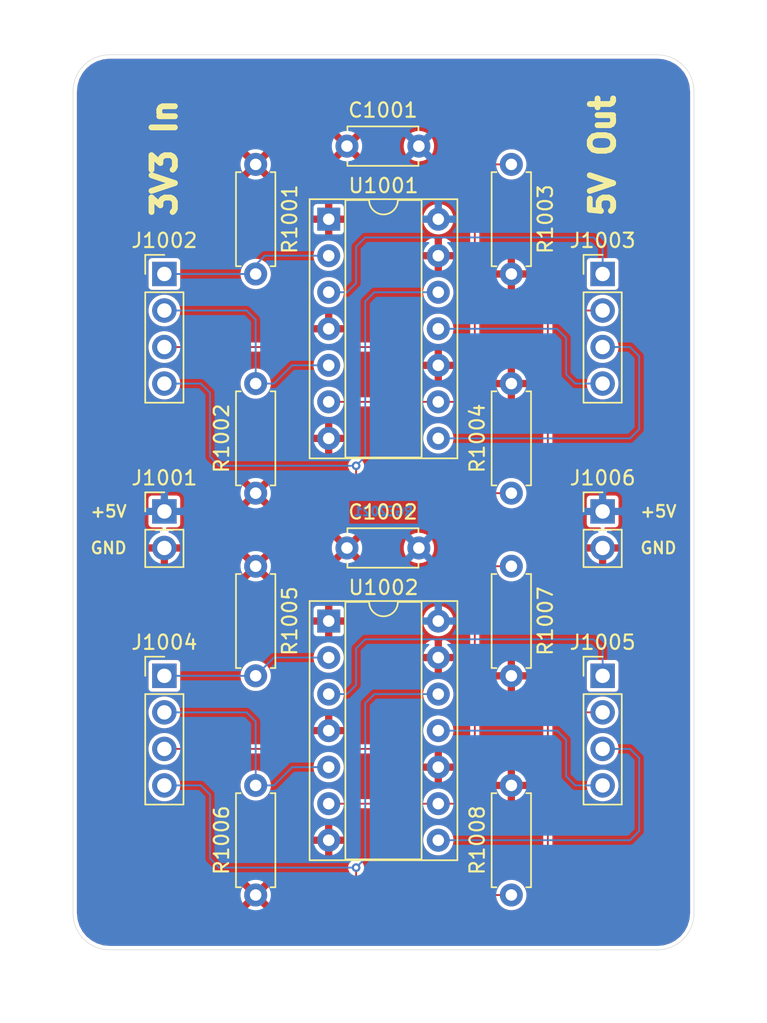
<source format=kicad_pcb>
(kicad_pcb (version 20171130) (host pcbnew "(5.1.8-0-10_14)")
  (layers (0 F.Cu signal) (31 B.Cu signal) (34 B.Paste user) (35 F.Paste user) (36 B.SilkS user) (37 F.SilkS user) (38 B.Mask user) (39 F.Mask user) (44 Edge.Cuts user))
  (net 0 "")
  (net 1 GND)
  (net 2 +5V)
  (net 3 "Net-(J1002-Pad4)")
  (net 4 "Net-(J1002-Pad3)")
  (net 5 "Net-(J1002-Pad2)")
  (net 6 "Net-(J1002-Pad1)")
  (net 7 "Net-(J1003-Pad4)")
  (net 8 "Net-(J1003-Pad3)")
  (net 9 "Net-(J1003-Pad2)")
  (net 10 "Net-(J1003-Pad1)")
  (net 11 "Net-(J1004-Pad4)")
  (net 12 "Net-(J1004-Pad3)")
  (net 13 "Net-(J1004-Pad2)")
  (net 14 "Net-(J1004-Pad1)")
  (net 15 "Net-(J1005-Pad4)")
  (net 16 "Net-(J1005-Pad3)")
  (net 17 "Net-(J1005-Pad2)")
  (net 18 "Net-(J1005-Pad1)")
  (module Connector_PinHeader_2.54mm:PinHeader_1x02_P2.54mm_Vertical (layer F.Cu) (at 100.33 91.44)
    (fp_text reference J1006 (at 0 -2.33) (layer F.SilkS))
    (fp_text value Conn_01x02_Male)
    (fp_line (start -1.33 3.87) (end 1.33 3.87) (layer F.SilkS) (width 0.12))
    (fp_line (start -1.33 1.27) (end -1.33 3.87) (layer F.SilkS) (width 0.12))
    (fp_line (start 1.33 1.27) (end 1.33 3.87) (layer F.SilkS) (width 0.12))
    (fp_line (start -1.33 1.27) (end 1.33 1.27) (layer F.SilkS) (width 0.12))
    (fp_line (start -1.33 0) (end -1.33 -1.33) (layer F.SilkS) (width 0.12))
    (fp_line (start -1.33 -1.33) (end 0 -1.33) (layer F.SilkS) (width 0.12))
    (pad 2 thru_hole oval (at 0 2.54) (size 1.7 1.7) (drill 1) (layers *.Cu *.Mask) (net 1 GND))
    (pad 1 thru_hole rect (at 0 0) (size 1.7 1.7) (drill 1) (layers *.Cu *.Mask) (net 2 +5V))
  )
  (module Package_DIP:DIP-14_W7.62mm_Socket (layer F.Cu) (at 81.28 99.06)
    (fp_text reference U1002 (at 3.81 -2.33) (layer F.SilkS))
    (fp_text value 74LVC125)
    (fp_arc (start 3.81 -1.33) (end 2.81 -1.33) (angle -180) (layer F.SilkS) (width 0.12))
    (fp_line (start 2.81 -1.33) (end 1.16 -1.33) (layer F.SilkS) (width 0.12))
    (fp_line (start 1.16 -1.33) (end 1.16 16.57) (layer F.SilkS) (width 0.12))
    (fp_line (start 1.16 16.57) (end 6.46 16.57) (layer F.SilkS) (width 0.12))
    (fp_line (start 6.46 16.57) (end 6.46 -1.33) (layer F.SilkS) (width 0.12))
    (fp_line (start 6.46 -1.33) (end 4.81 -1.33) (layer F.SilkS) (width 0.12))
    (fp_line (start -1.33 -1.39) (end -1.33 16.63) (layer F.SilkS) (width 0.12))
    (fp_line (start -1.33 16.63) (end 8.95 16.63) (layer F.SilkS) (width 0.12))
    (fp_line (start 8.95 16.63) (end 8.95 -1.39) (layer F.SilkS) (width 0.12))
    (fp_line (start 8.95 -1.39) (end -1.33 -1.39) (layer F.SilkS) (width 0.12))
    (pad 14 thru_hole oval (at 7.62 0) (size 1.6 1.6) (drill 0.8) (layers *.Cu *.Mask) (net 2 +5V))
    (pad 7 thru_hole oval (at 0 15.24) (size 1.6 1.6) (drill 0.8) (layers *.Cu *.Mask) (net 1 GND))
    (pad 13 thru_hole oval (at 7.62 2.54) (size 1.6 1.6) (drill 0.8) (layers *.Cu *.Mask) (net 1 GND))
    (pad 6 thru_hole oval (at 0 12.7) (size 1.6 1.6) (drill 0.8) (layers *.Cu *.Mask) (net 17 "Net-(J1005-Pad2)"))
    (pad 12 thru_hole oval (at 7.62 5.08) (size 1.6 1.6) (drill 0.8) (layers *.Cu *.Mask) (net 11 "Net-(J1004-Pad4)"))
    (pad 5 thru_hole oval (at 0 10.16) (size 1.6 1.6) (drill 0.8) (layers *.Cu *.Mask) (net 13 "Net-(J1004-Pad2)"))
    (pad 11 thru_hole oval (at 7.62 7.62) (size 1.6 1.6) (drill 0.8) (layers *.Cu *.Mask) (net 15 "Net-(J1005-Pad4)"))
    (pad 4 thru_hole oval (at 0 7.62) (size 1.6 1.6) (drill 0.8) (layers *.Cu *.Mask) (net 1 GND))
    (pad 10 thru_hole oval (at 7.62 10.16) (size 1.6 1.6) (drill 0.8) (layers *.Cu *.Mask) (net 1 GND))
    (pad 3 thru_hole oval (at 0 5.08) (size 1.6 1.6) (drill 0.8) (layers *.Cu *.Mask) (net 18 "Net-(J1005-Pad1)"))
    (pad 9 thru_hole oval (at 7.62 12.7) (size 1.6 1.6) (drill 0.8) (layers *.Cu *.Mask) (net 12 "Net-(J1004-Pad3)"))
    (pad 2 thru_hole oval (at 0 2.54) (size 1.6 1.6) (drill 0.8) (layers *.Cu *.Mask) (net 14 "Net-(J1004-Pad1)"))
    (pad 8 thru_hole oval (at 7.62 15.24) (size 1.6 1.6) (drill 0.8) (layers *.Cu *.Mask) (net 16 "Net-(J1005-Pad3)"))
    (pad 1 thru_hole rect (at 0 0) (size 1.6 1.6) (drill 0.8) (layers *.Cu *.Mask) (net 1 GND))
  )
  (module Resistor_THT:R_Axial_DIN0207_L6.3mm_D2.5mm_P7.62mm_Horizontal (layer F.Cu) (at 93.98 118.11 90)
    (fp_text reference R1008 (at 3.81 -2.37 90) (layer F.SilkS))
    (fp_text value 10k)
    (fp_line (start 0.54 -1.04) (end 0.54 -1.37) (layer F.SilkS) (width 0.12))
    (fp_line (start 0.54 -1.37) (end 7.08 -1.37) (layer F.SilkS) (width 0.12))
    (fp_line (start 7.08 -1.37) (end 7.08 -1.04) (layer F.SilkS) (width 0.12))
    (fp_line (start 0.54 1.04) (end 0.54 1.37) (layer F.SilkS) (width 0.12))
    (fp_line (start 0.54 1.37) (end 7.08 1.37) (layer F.SilkS) (width 0.12))
    (fp_line (start 7.08 1.37) (end 7.08 1.04) (layer F.SilkS) (width 0.12))
    (pad 2 thru_hole oval (at 7.62 0 90) (size 1.6 1.6) (drill 0.8) (layers *.Cu *.Mask) (net 1 GND))
    (pad 1 thru_hole circle (at 0 0 90) (size 1.6 1.6) (drill 0.8) (layers *.Cu *.Mask) (net 11 "Net-(J1004-Pad4)"))
  )
  (module Resistor_THT:R_Axial_DIN0207_L6.3mm_D2.5mm_P7.62mm_Horizontal (layer F.Cu) (at 93.98 95.25 270)
    (fp_text reference R1007 (at 3.81 -2.37 90) (layer F.SilkS))
    (fp_text value 10k)
    (fp_line (start 0.54 -1.04) (end 0.54 -1.37) (layer F.SilkS) (width 0.12))
    (fp_line (start 0.54 -1.37) (end 7.08 -1.37) (layer F.SilkS) (width 0.12))
    (fp_line (start 7.08 -1.37) (end 7.08 -1.04) (layer F.SilkS) (width 0.12))
    (fp_line (start 0.54 1.04) (end 0.54 1.37) (layer F.SilkS) (width 0.12))
    (fp_line (start 0.54 1.37) (end 7.08 1.37) (layer F.SilkS) (width 0.12))
    (fp_line (start 7.08 1.37) (end 7.08 1.04) (layer F.SilkS) (width 0.12))
    (pad 2 thru_hole oval (at 7.62 0 270) (size 1.6 1.6) (drill 0.8) (layers *.Cu *.Mask) (net 1 GND))
    (pad 1 thru_hole circle (at 0 0 270) (size 1.6 1.6) (drill 0.8) (layers *.Cu *.Mask) (net 12 "Net-(J1004-Pad3)"))
  )
  (module Resistor_THT:R_Axial_DIN0207_L6.3mm_D2.5mm_P7.62mm_Horizontal (layer F.Cu) (at 76.2 118.11 90)
    (fp_text reference R1006 (at 3.81 -2.37 90) (layer F.SilkS))
    (fp_text value 10k)
    (fp_line (start 0.54 -1.04) (end 0.54 -1.37) (layer F.SilkS) (width 0.12))
    (fp_line (start 0.54 -1.37) (end 7.08 -1.37) (layer F.SilkS) (width 0.12))
    (fp_line (start 7.08 -1.37) (end 7.08 -1.04) (layer F.SilkS) (width 0.12))
    (fp_line (start 0.54 1.04) (end 0.54 1.37) (layer F.SilkS) (width 0.12))
    (fp_line (start 0.54 1.37) (end 7.08 1.37) (layer F.SilkS) (width 0.12))
    (fp_line (start 7.08 1.37) (end 7.08 1.04) (layer F.SilkS) (width 0.12))
    (pad 2 thru_hole oval (at 7.62 0 90) (size 1.6 1.6) (drill 0.8) (layers *.Cu *.Mask) (net 13 "Net-(J1004-Pad2)"))
    (pad 1 thru_hole circle (at 0 0 90) (size 1.6 1.6) (drill 0.8) (layers *.Cu *.Mask) (net 1 GND))
  )
  (module Resistor_THT:R_Axial_DIN0207_L6.3mm_D2.5mm_P7.62mm_Horizontal (layer F.Cu) (at 76.2 95.25 270)
    (fp_text reference R1005 (at 3.81 -2.37 90) (layer F.SilkS))
    (fp_text value 10k)
    (fp_line (start 0.54 -1.04) (end 0.54 -1.37) (layer F.SilkS) (width 0.12))
    (fp_line (start 0.54 -1.37) (end 7.08 -1.37) (layer F.SilkS) (width 0.12))
    (fp_line (start 7.08 -1.37) (end 7.08 -1.04) (layer F.SilkS) (width 0.12))
    (fp_line (start 0.54 1.04) (end 0.54 1.37) (layer F.SilkS) (width 0.12))
    (fp_line (start 0.54 1.37) (end 7.08 1.37) (layer F.SilkS) (width 0.12))
    (fp_line (start 7.08 1.37) (end 7.08 1.04) (layer F.SilkS) (width 0.12))
    (pad 2 thru_hole oval (at 7.62 0 270) (size 1.6 1.6) (drill 0.8) (layers *.Cu *.Mask) (net 14 "Net-(J1004-Pad1)"))
    (pad 1 thru_hole circle (at 0 0 270) (size 1.6 1.6) (drill 0.8) (layers *.Cu *.Mask) (net 1 GND))
  )
  (module Connector_PinHeader_2.54mm:PinHeader_1x04_P2.54mm_Vertical (layer F.Cu) (at 100.33 102.87)
    (fp_text reference J1005 (at 0 -2.33) (layer F.SilkS))
    (fp_text value Conn_01x04_Male)
    (fp_line (start -1.33 8.95) (end 1.33 8.95) (layer F.SilkS) (width 0.12))
    (fp_line (start -1.33 1.27) (end -1.33 8.95) (layer F.SilkS) (width 0.12))
    (fp_line (start 1.33 1.27) (end 1.33 8.95) (layer F.SilkS) (width 0.12))
    (fp_line (start -1.33 1.27) (end 1.33 1.27) (layer F.SilkS) (width 0.12))
    (fp_line (start -1.33 0) (end -1.33 -1.33) (layer F.SilkS) (width 0.12))
    (fp_line (start -1.33 -1.33) (end 0 -1.33) (layer F.SilkS) (width 0.12))
    (pad 4 thru_hole oval (at 0 7.62) (size 1.7 1.7) (drill 1) (layers *.Cu *.Mask) (net 15 "Net-(J1005-Pad4)"))
    (pad 3 thru_hole oval (at 0 5.08) (size 1.7 1.7) (drill 1) (layers *.Cu *.Mask) (net 16 "Net-(J1005-Pad3)"))
    (pad 2 thru_hole oval (at 0 2.54) (size 1.7 1.7) (drill 1) (layers *.Cu *.Mask) (net 17 "Net-(J1005-Pad2)"))
    (pad 1 thru_hole rect (at 0 0) (size 1.7 1.7) (drill 1) (layers *.Cu *.Mask) (net 18 "Net-(J1005-Pad1)"))
  )
  (module Connector_PinHeader_2.54mm:PinHeader_1x04_P2.54mm_Vertical (layer F.Cu) (at 69.85 102.87)
    (fp_text reference J1004 (at 0 -2.33) (layer F.SilkS))
    (fp_text value Conn_01x04_Male)
    (fp_line (start -1.33 8.95) (end 1.33 8.95) (layer F.SilkS) (width 0.12))
    (fp_line (start -1.33 1.27) (end -1.33 8.95) (layer F.SilkS) (width 0.12))
    (fp_line (start 1.33 1.27) (end 1.33 8.95) (layer F.SilkS) (width 0.12))
    (fp_line (start -1.33 1.27) (end 1.33 1.27) (layer F.SilkS) (width 0.12))
    (fp_line (start -1.33 0) (end -1.33 -1.33) (layer F.SilkS) (width 0.12))
    (fp_line (start -1.33 -1.33) (end 0 -1.33) (layer F.SilkS) (width 0.12))
    (pad 4 thru_hole oval (at 0 7.62) (size 1.7 1.7) (drill 1) (layers *.Cu *.Mask) (net 11 "Net-(J1004-Pad4)"))
    (pad 3 thru_hole oval (at 0 5.08) (size 1.7 1.7) (drill 1) (layers *.Cu *.Mask) (net 12 "Net-(J1004-Pad3)"))
    (pad 2 thru_hole oval (at 0 2.54) (size 1.7 1.7) (drill 1) (layers *.Cu *.Mask) (net 13 "Net-(J1004-Pad2)"))
    (pad 1 thru_hole rect (at 0 0) (size 1.7 1.7) (drill 1) (layers *.Cu *.Mask) (net 14 "Net-(J1004-Pad1)"))
  )
  (module Capacitor_THT:C_Disc_D4.7mm_W2.5mm_P5.00mm (layer F.Cu) (at 82.55 93.98)
    (fp_text reference C1002 (at 2.5 -2.5) (layer F.SilkS))
    (fp_text value 0.1u)
    (fp_line (start 0.03 -1.37) (end 4.97 -1.37) (layer F.SilkS) (width 0.12))
    (fp_line (start 0.03 1.37) (end 4.97 1.37) (layer F.SilkS) (width 0.12))
    (fp_line (start 0.03 -1.37) (end 0.03 -1.055) (layer F.SilkS) (width 0.12))
    (fp_line (start 0.03 1.055) (end 0.03 1.37) (layer F.SilkS) (width 0.12))
    (fp_line (start 4.97 -1.37) (end 4.97 -1.055) (layer F.SilkS) (width 0.12))
    (fp_line (start 4.97 1.055) (end 4.97 1.37) (layer F.SilkS) (width 0.12))
    (pad 2 thru_hole circle (at 5 0) (size 1.6 1.6) (drill 0.8) (layers *.Cu *.Mask) (net 2 +5V))
    (pad 1 thru_hole circle (at 0 0) (size 1.6 1.6) (drill 0.8) (layers *.Cu *.Mask) (net 1 GND))
  )
  (module Resistor_THT:R_Axial_DIN0207_L6.3mm_D2.5mm_P7.62mm_Horizontal (layer F.Cu) (at 93.98 67.31 270)
    (fp_text reference R1003 (at 3.81 -2.37 90) (layer F.SilkS))
    (fp_text value 10k)
    (fp_line (start 0.54 -1.04) (end 0.54 -1.37) (layer F.SilkS) (width 0.12))
    (fp_line (start 0.54 -1.37) (end 7.08 -1.37) (layer F.SilkS) (width 0.12))
    (fp_line (start 7.08 -1.37) (end 7.08 -1.04) (layer F.SilkS) (width 0.12))
    (fp_line (start 0.54 1.04) (end 0.54 1.37) (layer F.SilkS) (width 0.12))
    (fp_line (start 0.54 1.37) (end 7.08 1.37) (layer F.SilkS) (width 0.12))
    (fp_line (start 7.08 1.37) (end 7.08 1.04) (layer F.SilkS) (width 0.12))
    (pad 2 thru_hole oval (at 7.62 0 270) (size 1.6 1.6) (drill 0.8) (layers *.Cu *.Mask) (net 1 GND))
    (pad 1 thru_hole circle (at 0 0 270) (size 1.6 1.6) (drill 0.8) (layers *.Cu *.Mask) (net 4 "Net-(J1002-Pad3)"))
  )
  (module Resistor_THT:R_Axial_DIN0207_L6.3mm_D2.5mm_P7.62mm_Horizontal (layer F.Cu) (at 76.2 90.17 90)
    (fp_text reference R1002 (at 3.81 -2.37 90) (layer F.SilkS))
    (fp_text value 10k)
    (fp_line (start 0.54 -1.04) (end 0.54 -1.37) (layer F.SilkS) (width 0.12))
    (fp_line (start 0.54 -1.37) (end 7.08 -1.37) (layer F.SilkS) (width 0.12))
    (fp_line (start 7.08 -1.37) (end 7.08 -1.04) (layer F.SilkS) (width 0.12))
    (fp_line (start 0.54 1.04) (end 0.54 1.37) (layer F.SilkS) (width 0.12))
    (fp_line (start 0.54 1.37) (end 7.08 1.37) (layer F.SilkS) (width 0.12))
    (fp_line (start 7.08 1.37) (end 7.08 1.04) (layer F.SilkS) (width 0.12))
    (pad 2 thru_hole oval (at 7.62 0 90) (size 1.6 1.6) (drill 0.8) (layers *.Cu *.Mask) (net 5 "Net-(J1002-Pad2)"))
    (pad 1 thru_hole circle (at 0 0 90) (size 1.6 1.6) (drill 0.8) (layers *.Cu *.Mask) (net 1 GND))
  )
  (module Resistor_THT:R_Axial_DIN0207_L6.3mm_D2.5mm_P7.62mm_Horizontal (layer F.Cu) (at 76.2 67.31 270)
    (fp_text reference R1001 (at 3.81 -2.37 90) (layer F.SilkS))
    (fp_text value 10k)
    (fp_line (start 0.54 -1.04) (end 0.54 -1.37) (layer F.SilkS) (width 0.12))
    (fp_line (start 0.54 -1.37) (end 7.08 -1.37) (layer F.SilkS) (width 0.12))
    (fp_line (start 7.08 -1.37) (end 7.08 -1.04) (layer F.SilkS) (width 0.12))
    (fp_line (start 0.54 1.04) (end 0.54 1.37) (layer F.SilkS) (width 0.12))
    (fp_line (start 0.54 1.37) (end 7.08 1.37) (layer F.SilkS) (width 0.12))
    (fp_line (start 7.08 1.37) (end 7.08 1.04) (layer F.SilkS) (width 0.12))
    (pad 2 thru_hole oval (at 7.62 0 270) (size 1.6 1.6) (drill 0.8) (layers *.Cu *.Mask) (net 6 "Net-(J1002-Pad1)"))
    (pad 1 thru_hole circle (at 0 0 270) (size 1.6 1.6) (drill 0.8) (layers *.Cu *.Mask) (net 1 GND))
  )
  (module Resistor_THT:R_Axial_DIN0207_L6.3mm_D2.5mm_P7.62mm_Horizontal (layer F.Cu) (at 93.98 90.17 90)
    (fp_text reference R1004 (at 3.81 -2.37 90) (layer F.SilkS))
    (fp_text value 10k)
    (fp_line (start 0.54 -1.04) (end 0.54 -1.37) (layer F.SilkS) (width 0.12))
    (fp_line (start 0.54 -1.37) (end 7.08 -1.37) (layer F.SilkS) (width 0.12))
    (fp_line (start 7.08 -1.37) (end 7.08 -1.04) (layer F.SilkS) (width 0.12))
    (fp_line (start 0.54 1.04) (end 0.54 1.37) (layer F.SilkS) (width 0.12))
    (fp_line (start 0.54 1.37) (end 7.08 1.37) (layer F.SilkS) (width 0.12))
    (fp_line (start 7.08 1.37) (end 7.08 1.04) (layer F.SilkS) (width 0.12))
    (pad 2 thru_hole oval (at 7.62 0 90) (size 1.6 1.6) (drill 0.8) (layers *.Cu *.Mask) (net 1 GND))
    (pad 1 thru_hole circle (at 0 0 90) (size 1.6 1.6) (drill 0.8) (layers *.Cu *.Mask) (net 3 "Net-(J1002-Pad4)"))
  )
  (module Capacitor_THT:C_Disc_D4.7mm_W2.5mm_P5.00mm (layer F.Cu) (at 82.55 66.04)
    (fp_text reference C1001 (at 2.5 -2.5) (layer F.SilkS))
    (fp_text value 0.1u)
    (fp_line (start 0.03 -1.37) (end 4.97 -1.37) (layer F.SilkS) (width 0.12))
    (fp_line (start 0.03 1.37) (end 4.97 1.37) (layer F.SilkS) (width 0.12))
    (fp_line (start 0.03 -1.37) (end 0.03 -1.055) (layer F.SilkS) (width 0.12))
    (fp_line (start 0.03 1.055) (end 0.03 1.37) (layer F.SilkS) (width 0.12))
    (fp_line (start 4.97 -1.37) (end 4.97 -1.055) (layer F.SilkS) (width 0.12))
    (fp_line (start 4.97 1.055) (end 4.97 1.37) (layer F.SilkS) (width 0.12))
    (pad 2 thru_hole circle (at 5 0) (size 1.6 1.6) (drill 0.8) (layers *.Cu *.Mask) (net 2 +5V))
    (pad 1 thru_hole circle (at 0 0) (size 1.6 1.6) (drill 0.8) (layers *.Cu *.Mask) (net 1 GND))
  )
  (module Package_DIP:DIP-14_W7.62mm_Socket (layer F.Cu) (at 81.28 71.12)
    (fp_text reference U1001 (at 3.81 -2.33) (layer F.SilkS))
    (fp_text value 74LVC125)
    (fp_arc (start 3.81 -1.33) (end 2.81 -1.33) (angle -180) (layer F.SilkS) (width 0.12))
    (fp_line (start 2.81 -1.33) (end 1.16 -1.33) (layer F.SilkS) (width 0.12))
    (fp_line (start 1.16 -1.33) (end 1.16 16.57) (layer F.SilkS) (width 0.12))
    (fp_line (start 1.16 16.57) (end 6.46 16.57) (layer F.SilkS) (width 0.12))
    (fp_line (start 6.46 16.57) (end 6.46 -1.33) (layer F.SilkS) (width 0.12))
    (fp_line (start 6.46 -1.33) (end 4.81 -1.33) (layer F.SilkS) (width 0.12))
    (fp_line (start -1.33 -1.39) (end -1.33 16.63) (layer F.SilkS) (width 0.12))
    (fp_line (start -1.33 16.63) (end 8.95 16.63) (layer F.SilkS) (width 0.12))
    (fp_line (start 8.95 16.63) (end 8.95 -1.39) (layer F.SilkS) (width 0.12))
    (fp_line (start 8.95 -1.39) (end -1.33 -1.39) (layer F.SilkS) (width 0.12))
    (pad 14 thru_hole oval (at 7.62 0) (size 1.6 1.6) (drill 0.8) (layers *.Cu *.Mask) (net 2 +5V))
    (pad 7 thru_hole oval (at 0 15.24) (size 1.6 1.6) (drill 0.8) (layers *.Cu *.Mask) (net 1 GND))
    (pad 13 thru_hole oval (at 7.62 2.54) (size 1.6 1.6) (drill 0.8) (layers *.Cu *.Mask) (net 1 GND))
    (pad 6 thru_hole oval (at 0 12.7) (size 1.6 1.6) (drill 0.8) (layers *.Cu *.Mask) (net 9 "Net-(J1003-Pad2)"))
    (pad 12 thru_hole oval (at 7.62 5.08) (size 1.6 1.6) (drill 0.8) (layers *.Cu *.Mask) (net 3 "Net-(J1002-Pad4)"))
    (pad 5 thru_hole oval (at 0 10.16) (size 1.6 1.6) (drill 0.8) (layers *.Cu *.Mask) (net 5 "Net-(J1002-Pad2)"))
    (pad 11 thru_hole oval (at 7.62 7.62) (size 1.6 1.6) (drill 0.8) (layers *.Cu *.Mask) (net 7 "Net-(J1003-Pad4)"))
    (pad 4 thru_hole oval (at 0 7.62) (size 1.6 1.6) (drill 0.8) (layers *.Cu *.Mask) (net 1 GND))
    (pad 10 thru_hole oval (at 7.62 10.16) (size 1.6 1.6) (drill 0.8) (layers *.Cu *.Mask) (net 1 GND))
    (pad 3 thru_hole oval (at 0 5.08) (size 1.6 1.6) (drill 0.8) (layers *.Cu *.Mask) (net 10 "Net-(J1003-Pad1)"))
    (pad 9 thru_hole oval (at 7.62 12.7) (size 1.6 1.6) (drill 0.8) (layers *.Cu *.Mask) (net 4 "Net-(J1002-Pad3)"))
    (pad 2 thru_hole oval (at 0 2.54) (size 1.6 1.6) (drill 0.8) (layers *.Cu *.Mask) (net 6 "Net-(J1002-Pad1)"))
    (pad 8 thru_hole oval (at 7.62 15.24) (size 1.6 1.6) (drill 0.8) (layers *.Cu *.Mask) (net 8 "Net-(J1003-Pad3)"))
    (pad 1 thru_hole rect (at 0 0) (size 1.6 1.6) (drill 0.8) (layers *.Cu *.Mask) (net 1 GND))
  )
  (module Connector_PinHeader_2.54mm:PinHeader_1x04_P2.54mm_Vertical (layer F.Cu) (at 100.33 74.93)
    (fp_text reference J1003 (at 0 -2.33) (layer F.SilkS))
    (fp_text value Conn_01x04_Male)
    (fp_line (start -1.33 8.95) (end 1.33 8.95) (layer F.SilkS) (width 0.12))
    (fp_line (start -1.33 1.27) (end -1.33 8.95) (layer F.SilkS) (width 0.12))
    (fp_line (start 1.33 1.27) (end 1.33 8.95) (layer F.SilkS) (width 0.12))
    (fp_line (start -1.33 1.27) (end 1.33 1.27) (layer F.SilkS) (width 0.12))
    (fp_line (start -1.33 0) (end -1.33 -1.33) (layer F.SilkS) (width 0.12))
    (fp_line (start -1.33 -1.33) (end 0 -1.33) (layer F.SilkS) (width 0.12))
    (pad 4 thru_hole oval (at 0 7.62) (size 1.7 1.7) (drill 1) (layers *.Cu *.Mask) (net 7 "Net-(J1003-Pad4)"))
    (pad 3 thru_hole oval (at 0 5.08) (size 1.7 1.7) (drill 1) (layers *.Cu *.Mask) (net 8 "Net-(J1003-Pad3)"))
    (pad 2 thru_hole oval (at 0 2.54) (size 1.7 1.7) (drill 1) (layers *.Cu *.Mask) (net 9 "Net-(J1003-Pad2)"))
    (pad 1 thru_hole rect (at 0 0) (size 1.7 1.7) (drill 1) (layers *.Cu *.Mask) (net 10 "Net-(J1003-Pad1)"))
  )
  (module Connector_PinHeader_2.54mm:PinHeader_1x04_P2.54mm_Vertical (layer F.Cu) (at 69.85 74.93)
    (fp_text reference J1002 (at 0 -2.33) (layer F.SilkS))
    (fp_text value Conn_01x04_Male)
    (fp_line (start -1.33 8.95) (end 1.33 8.95) (layer F.SilkS) (width 0.12))
    (fp_line (start -1.33 1.27) (end -1.33 8.95) (layer F.SilkS) (width 0.12))
    (fp_line (start 1.33 1.27) (end 1.33 8.95) (layer F.SilkS) (width 0.12))
    (fp_line (start -1.33 1.27) (end 1.33 1.27) (layer F.SilkS) (width 0.12))
    (fp_line (start -1.33 0) (end -1.33 -1.33) (layer F.SilkS) (width 0.12))
    (fp_line (start -1.33 -1.33) (end 0 -1.33) (layer F.SilkS) (width 0.12))
    (pad 4 thru_hole oval (at 0 7.62) (size 1.7 1.7) (drill 1) (layers *.Cu *.Mask) (net 3 "Net-(J1002-Pad4)"))
    (pad 3 thru_hole oval (at 0 5.08) (size 1.7 1.7) (drill 1) (layers *.Cu *.Mask) (net 4 "Net-(J1002-Pad3)"))
    (pad 2 thru_hole oval (at 0 2.54) (size 1.7 1.7) (drill 1) (layers *.Cu *.Mask) (net 5 "Net-(J1002-Pad2)"))
    (pad 1 thru_hole rect (at 0 0) (size 1.7 1.7) (drill 1) (layers *.Cu *.Mask) (net 6 "Net-(J1002-Pad1)"))
  )
  (module Connector_PinHeader_2.54mm:PinHeader_1x02_P2.54mm_Vertical (layer F.Cu) (at 69.85 91.44)
    (fp_text reference J1001 (at 0 -2.33) (layer F.SilkS))
    (fp_text value Conn_01x02_Male)
    (fp_line (start -1.33 -1.33) (end 0 -1.33) (layer F.SilkS) (width 0.12))
    (fp_line (start -1.33 0) (end -1.33 -1.33) (layer F.SilkS) (width 0.12))
    (fp_line (start -1.33 1.27) (end 1.33 1.27) (layer F.SilkS) (width 0.12))
    (fp_line (start 1.33 1.27) (end 1.33 3.87) (layer F.SilkS) (width 0.12))
    (fp_line (start -1.33 1.27) (end -1.33 3.87) (layer F.SilkS) (width 0.12))
    (fp_line (start -1.33 3.87) (end 1.33 3.87) (layer F.SilkS) (width 0.12))
    (pad 2 thru_hole oval (at 0 2.54) (size 1.7 1.7) (drill 1) (layers *.Cu *.Mask) (net 1 GND))
    (pad 1 thru_hole rect (at 0 0) (size 1.7 1.7) (drill 1) (layers *.Cu *.Mask) (net 2 +5V))
  )
  (gr_text RGE2021 (at 85.09 91.44) (layer B.Cu) (effects (font (size 0.6096 0.6096) (thickness 0.1524)) (justify mirror)))
  (gr_text +5V (at 102.87 91.44) (layer F.SilkS) (effects (font (size 0.8128 0.8128) (thickness 0.1524)) (justify left)))
  (gr_text GND (at 102.87 93.98) (layer F.SilkS) (effects (font (size 0.8128 0.8128) (thickness 0.1524)) (justify left)))
  (gr_line (start 66.04 121.92) (end 104.14 121.92) (layer Edge.Cuts) (width 0.0381))
  (gr_line (start 106.68 62.23) (end 106.68 119.38) (layer Edge.Cuts) (width 0.0381))
  (gr_line (start 63.5 119.38) (end 63.5 62.23) (layer Edge.Cuts) (width 0.0381))
  (gr_line (start 66.04 59.69) (end 104.14 59.69) (layer Edge.Cuts) (width 0.0381))
  (gr_text GND (at 67.31 93.98) (layer F.SilkS) (effects (font (size 0.8128 0.8128) (thickness 0.1524)) (justify right)))
  (gr_text +5V (at 67.31 91.44) (layer F.SilkS) (effects (font (size 0.8128 0.8128) (thickness 0.1524)) (justify right)))
  (gr_arc (start 104.14 119.38) (end 104.14 121.92) (angle -90) (layer Edge.Cuts) (width 0.0381))
  (gr_arc (start 66.04 119.38) (end 63.5 119.38) (angle -90) (layer Edge.Cuts) (width 0.0381))
  (gr_arc (start 104.14 62.23) (end 106.68 62.23) (angle -90) (layer Edge.Cuts) (width 0.0381))
  (gr_text "5V Out" (at 100.33 71.12 90) (layer F.SilkS) (effects (font (size 1.6256 1.6256) (thickness 0.4064)) (justify left)))
  (gr_text "3V3 In" (at 69.85 71.12 90) (layer F.SilkS) (effects (font (size 1.6256 1.6256) (thickness 0.4064)) (justify left)))
  (gr_arc (start 66.04 62.23) (end 66.04 59.69) (angle -90) (layer Edge.Cuts) (width 0.0381))
  (segment (start 69.85 82.55) (end 72.39 82.55) (width 0.127) (layer B.Cu) (net 3))
  (segment (start 72.39 82.55) (end 73.025 83.185) (width 0.127) (layer B.Cu) (net 3))
  (segment (start 73.025 83.185) (end 73.025 87.63) (width 0.127) (layer B.Cu) (net 3))
  (segment (start 73.025 87.63) (end 73.66 88.265) (width 0.127) (layer B.Cu) (net 3))
  (segment (start 73.66 88.265) (end 83.185 88.265) (width 0.127) (layer B.Cu) (net 3))
  (segment (start 83.185 88.265) (end 83.82 87.63) (width 0.127) (layer B.Cu) (net 3))
  (segment (start 83.82 87.63) (end 83.82 76.835) (width 0.127) (layer B.Cu) (net 3))
  (segment (start 83.82 76.835) (end 84.455 76.2) (width 0.127) (layer B.Cu) (net 3))
  (segment (start 84.455 76.2) (end 88.9 76.2) (width 0.127) (layer B.Cu) (net 3))
  (segment (start 83.185 88.265) (end 83.185 88.265) (width 0.127) (layer B.Cu) (net 3))
  (via (at 83.185 88.265) (size 0.6) (drill 0.3) (layers F.Cu B.Cu) (net 3))
  (segment (start 93.98 90.17) (end 83.82 90.17) (width 0.127) (layer F.Cu) (net 3))
  (segment (start 83.82 90.17) (end 83.185 89.535) (width 0.127) (layer F.Cu) (net 3))
  (segment (start 83.185 89.535) (end 83.185 88.265) (width 0.127) (layer F.Cu) (net 3))
  (segment (start 88.9 83.82) (end 86.995 83.82) (width 0.127) (layer F.Cu) (net 4))
  (segment (start 86.995 83.82) (end 86.36 83.185) (width 0.127) (layer F.Cu) (net 4))
  (segment (start 86.36 83.185) (end 86.36 80.645) (width 0.127) (layer F.Cu) (net 4))
  (segment (start 86.36 80.645) (end 85.725 80.01) (width 0.127) (layer F.Cu) (net 4))
  (segment (start 85.725 80.01) (end 69.85 80.01) (width 0.127) (layer F.Cu) (net 4))
  (segment (start 88.9 83.82) (end 90.805 83.82) (width 0.127) (layer F.Cu) (net 4))
  (segment (start 90.805 83.82) (end 91.44 83.185) (width 0.127) (layer F.Cu) (net 4))
  (segment (start 91.44 83.185) (end 91.44 67.945) (width 0.127) (layer F.Cu) (net 4))
  (segment (start 91.44 67.945) (end 92.075 67.31) (width 0.127) (layer F.Cu) (net 4))
  (segment (start 92.075 67.31) (end 93.98 67.31) (width 0.127) (layer F.Cu) (net 4))
  (segment (start 69.85 77.47) (end 75.565 77.47) (width 0.127) (layer B.Cu) (net 5))
  (segment (start 75.565 77.47) (end 76.2 78.105) (width 0.127) (layer B.Cu) (net 5))
  (segment (start 76.2 78.105) (end 76.2 82.55) (width 0.127) (layer B.Cu) (net 5))
  (segment (start 76.2 82.55) (end 77.47 82.55) (width 0.127) (layer B.Cu) (net 5))
  (segment (start 77.47 82.55) (end 78.74 81.28) (width 0.127) (layer B.Cu) (net 5))
  (segment (start 78.74 81.28) (end 81.28 81.28) (width 0.127) (layer B.Cu) (net 5))
  (segment (start 69.85 74.93) (end 76.2 74.93) (width 0.127) (layer B.Cu) (net 6))
  (segment (start 76.2 74.93) (end 76.2 74.295) (width 0.127) (layer B.Cu) (net 6))
  (segment (start 76.2 74.295) (end 76.835 73.66) (width 0.127) (layer B.Cu) (net 6))
  (segment (start 76.835 73.66) (end 81.28 73.66) (width 0.127) (layer B.Cu) (net 6))
  (segment (start 88.9 78.74) (end 97.155 78.74) (width 0.127) (layer B.Cu) (net 7))
  (segment (start 97.155 78.74) (end 97.79 79.375) (width 0.127) (layer B.Cu) (net 7))
  (segment (start 97.79 79.375) (end 97.79 81.915) (width 0.127) (layer B.Cu) (net 7))
  (segment (start 97.79 81.915) (end 98.425 82.55) (width 0.127) (layer B.Cu) (net 7))
  (segment (start 98.425 82.55) (end 100.33 82.55) (width 0.127) (layer B.Cu) (net 7))
  (segment (start 88.9 86.36) (end 102.235 86.36) (width 0.127) (layer B.Cu) (net 8))
  (segment (start 102.235 86.36) (end 102.87 85.725) (width 0.127) (layer B.Cu) (net 8))
  (segment (start 102.87 85.725) (end 102.87 80.645) (width 0.127) (layer B.Cu) (net 8))
  (segment (start 102.87 80.645) (end 102.235 80.01) (width 0.127) (layer B.Cu) (net 8))
  (segment (start 102.235 80.01) (end 100.33 80.01) (width 0.127) (layer B.Cu) (net 8))
  (segment (start 81.28 83.82) (end 84.455 83.82) (width 0.127) (layer F.Cu) (net 9))
  (segment (start 84.455 83.82) (end 85.09 84.455) (width 0.127) (layer F.Cu) (net 9))
  (segment (start 85.09 84.455) (end 85.09 87.63) (width 0.127) (layer F.Cu) (net 9))
  (segment (start 85.09 87.63) (end 85.725 88.265) (width 0.127) (layer F.Cu) (net 9))
  (segment (start 85.725 88.265) (end 95.885 88.265) (width 0.127) (layer F.Cu) (net 9))
  (segment (start 95.885 88.265) (end 96.52 87.63) (width 0.127) (layer F.Cu) (net 9))
  (segment (start 96.52 87.63) (end 96.52 78.105) (width 0.127) (layer F.Cu) (net 9))
  (segment (start 96.52 78.105) (end 97.155 77.47) (width 0.127) (layer F.Cu) (net 9))
  (segment (start 97.155 77.47) (end 100.33 77.47) (width 0.127) (layer F.Cu) (net 9))
  (segment (start 81.28 76.2) (end 82.55 76.2) (width 0.127) (layer B.Cu) (net 10))
  (segment (start 82.55 76.2) (end 83.185 75.565) (width 0.127) (layer B.Cu) (net 10))
  (segment (start 83.185 75.565) (end 83.185 73.025) (width 0.127) (layer B.Cu) (net 10))
  (segment (start 83.185 73.025) (end 83.82 72.39) (width 0.127) (layer B.Cu) (net 10))
  (segment (start 83.82 72.39) (end 99.695 72.39) (width 0.127) (layer B.Cu) (net 10))
  (segment (start 99.695 72.39) (end 100.33 73.025) (width 0.127) (layer B.Cu) (net 10))
  (segment (start 100.33 73.025) (end 100.33 74.93) (width 0.127) (layer B.Cu) (net 10))
  (segment (start 69.85 110.49) (end 72.39 110.49) (width 0.127) (layer B.Cu) (net 11))
  (segment (start 72.39 110.49) (end 73.025 111.125) (width 0.127) (layer B.Cu) (net 11))
  (segment (start 73.025 111.125) (end 73.025 115.57) (width 0.127) (layer B.Cu) (net 11))
  (segment (start 73.025 115.57) (end 73.66 116.205) (width 0.127) (layer B.Cu) (net 11))
  (segment (start 73.66 116.205) (end 83.185 116.205) (width 0.127) (layer B.Cu) (net 11))
  (segment (start 83.185 116.205) (end 83.82 115.57) (width 0.127) (layer B.Cu) (net 11))
  (segment (start 83.82 115.57) (end 83.82 104.775) (width 0.127) (layer B.Cu) (net 11))
  (segment (start 83.82 104.775) (end 84.455 104.14) (width 0.127) (layer B.Cu) (net 11))
  (segment (start 84.455 104.14) (end 88.9 104.14) (width 0.127) (layer B.Cu) (net 11))
  (segment (start 83.185 116.205) (end 83.185 116.205) (width 0.127) (layer B.Cu) (net 11))
  (via (at 83.185 116.205) (size 0.6) (drill 0.3) (layers F.Cu B.Cu) (net 11))
  (segment (start 93.98 118.11) (end 83.82 118.11) (width 0.127) (layer F.Cu) (net 11))
  (segment (start 83.82 118.11) (end 83.185 117.475) (width 0.127) (layer F.Cu) (net 11))
  (segment (start 83.185 117.475) (end 83.185 116.205) (width 0.127) (layer F.Cu) (net 11))
  (segment (start 69.85 107.95) (end 85.725 107.95) (width 0.127) (layer F.Cu) (net 12))
  (segment (start 85.725 107.95) (end 86.36 108.585) (width 0.127) (layer F.Cu) (net 12))
  (segment (start 86.36 108.585) (end 86.36 111.125) (width 0.127) (layer F.Cu) (net 12))
  (segment (start 86.36 111.125) (end 86.995 111.76) (width 0.127) (layer F.Cu) (net 12))
  (segment (start 86.995 111.76) (end 88.9 111.76) (width 0.127) (layer F.Cu) (net 12))
  (segment (start 88.9 111.76) (end 90.805 111.76) (width 0.127) (layer F.Cu) (net 12))
  (segment (start 90.805 111.76) (end 91.44 111.125) (width 0.127) (layer F.Cu) (net 12))
  (segment (start 91.44 111.125) (end 91.44 95.885) (width 0.127) (layer F.Cu) (net 12))
  (segment (start 92.075 95.25) (end 93.98 95.25) (width 0.127) (layer F.Cu) (net 12))
  (segment (start 91.44 95.885) (end 92.075 95.25) (width 0.127) (layer F.Cu) (net 12))
  (segment (start 69.85 105.41) (end 75.565 105.41) (width 0.127) (layer B.Cu) (net 13))
  (segment (start 76.2 106.045) (end 76.2 110.49) (width 0.127) (layer B.Cu) (net 13))
  (segment (start 75.565 105.41) (end 76.2 106.045) (width 0.127) (layer B.Cu) (net 13))
  (segment (start 76.2 110.49) (end 77.47 110.49) (width 0.127) (layer B.Cu) (net 13))
  (segment (start 77.47 110.49) (end 78.74 109.22) (width 0.127) (layer B.Cu) (net 13))
  (segment (start 78.74 109.22) (end 81.28 109.22) (width 0.127) (layer B.Cu) (net 13))
  (segment (start 69.85 102.87) (end 76.2 102.87) (width 0.127) (layer B.Cu) (net 14))
  (segment (start 76.2 102.87) (end 77.47 101.6) (width 0.127) (layer B.Cu) (net 14))
  (segment (start 77.47 101.6) (end 81.28 101.6) (width 0.127) (layer B.Cu) (net 14))
  (segment (start 88.9 106.68) (end 97.155 106.68) (width 0.127) (layer B.Cu) (net 15))
  (segment (start 97.155 106.68) (end 97.79 107.315) (width 0.127) (layer B.Cu) (net 15))
  (segment (start 97.79 107.315) (end 97.79 109.855) (width 0.127) (layer B.Cu) (net 15))
  (segment (start 98.425 110.49) (end 100.33 110.49) (width 0.127) (layer B.Cu) (net 15))
  (segment (start 97.79 109.855) (end 98.425 110.49) (width 0.127) (layer B.Cu) (net 15))
  (segment (start 88.9 114.3) (end 102.235 114.3) (width 0.127) (layer B.Cu) (net 16))
  (segment (start 102.235 114.3) (end 102.87 113.665) (width 0.127) (layer B.Cu) (net 16))
  (segment (start 102.87 113.665) (end 102.87 108.585) (width 0.127) (layer B.Cu) (net 16))
  (segment (start 102.235 107.95) (end 100.33 107.95) (width 0.127) (layer B.Cu) (net 16))
  (segment (start 102.87 108.585) (end 102.235 107.95) (width 0.127) (layer B.Cu) (net 16))
  (segment (start 81.28 111.76) (end 84.455 111.76) (width 0.127) (layer F.Cu) (net 17))
  (segment (start 84.455 111.76) (end 85.09 112.395) (width 0.127) (layer F.Cu) (net 17))
  (segment (start 85.09 112.395) (end 85.09 115.57) (width 0.127) (layer F.Cu) (net 17))
  (segment (start 85.09 115.57) (end 85.725 116.205) (width 0.127) (layer F.Cu) (net 17))
  (segment (start 85.725 116.205) (end 95.885 116.205) (width 0.127) (layer F.Cu) (net 17))
  (segment (start 95.885 116.205) (end 96.52 115.57) (width 0.127) (layer F.Cu) (net 17))
  (segment (start 96.52 115.57) (end 96.52 106.045) (width 0.127) (layer F.Cu) (net 17))
  (segment (start 96.52 106.045) (end 97.155 105.41) (width 0.127) (layer F.Cu) (net 17))
  (segment (start 97.155 105.41) (end 100.33 105.41) (width 0.127) (layer F.Cu) (net 17))
  (segment (start 81.28 104.14) (end 82.55 104.14) (width 0.127) (layer B.Cu) (net 18))
  (segment (start 82.55 104.14) (end 83.185 103.505) (width 0.127) (layer B.Cu) (net 18))
  (segment (start 83.185 103.505) (end 83.185 100.965) (width 0.127) (layer B.Cu) (net 18))
  (segment (start 83.185 100.965) (end 83.82 100.33) (width 0.127) (layer B.Cu) (net 18))
  (segment (start 83.82 100.33) (end 99.695 100.33) (width 0.127) (layer B.Cu) (net 18))
  (segment (start 99.695 100.33) (end 100.33 100.965) (width 0.127) (layer B.Cu) (net 18))
  (segment (start 100.33 100.965) (end 100.33 102.87) (width 0.127) (layer B.Cu) (net 18))
  (zone (net 2) (net_name +5V) (layer B.Cu) (connect_pads (clearance 0.254)) (min_thickness 0.127) (fill yes (arc_segments 32) (thermal_gap 0.508) (thermal_bridge_width 0.508))
    (polygon (pts (xy 109.22 124.46) (xy 60.96 124.46) (xy 60.96 58.42) (xy 109.22 58.42)))
  )
  (zone (net 1) (net_name GND) (layer F.Cu) (connect_pads (clearance 0.254)) (min_thickness 0.127) (fill yes (arc_segments 32) (thermal_gap 0.508) (thermal_bridge_width 0.508))
    (polygon (pts (xy 111.76 127) (xy 58.42 127) (xy 58.42 55.88) (xy 111.76 55.88)))
  )
)
</source>
